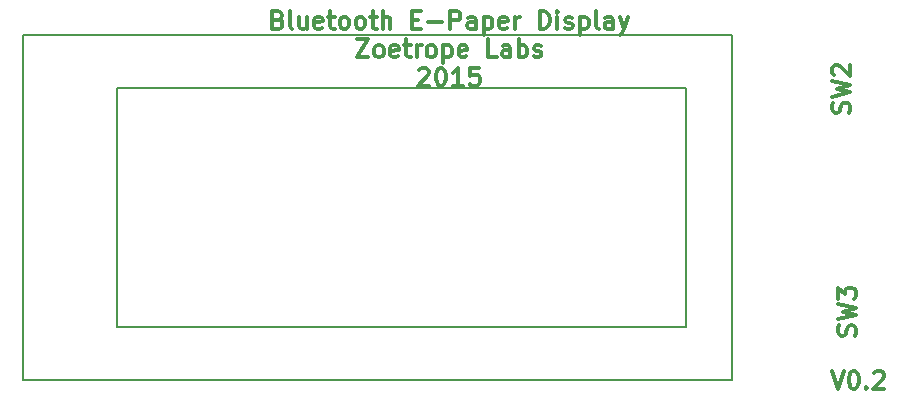
<source format=gto>
G04 #@! TF.FileFunction,Legend,Top*
%FSLAX46Y46*%
G04 Gerber Fmt 4.6, Leading zero omitted, Abs format (unit mm)*
G04 Created by KiCad (PCBNEW (2015-04-29 BZR 5630)-product) date Tue 21 Jul 2015 17:06:27 BST*
%MOMM*%
G01*
G04 APERTURE LIST*
%ADD10C,0.150000*%
%ADD11C,0.300000*%
%ADD12C,0.304800*%
G04 APERTURE END LIST*
D10*
D11*
X128524286Y-73092571D02*
X129024286Y-74592571D01*
X129524286Y-73092571D01*
X130310000Y-73092571D02*
X130452857Y-73092571D01*
X130595714Y-73164000D01*
X130667143Y-73235429D01*
X130738572Y-73378286D01*
X130810000Y-73664000D01*
X130810000Y-74021143D01*
X130738572Y-74306857D01*
X130667143Y-74449714D01*
X130595714Y-74521143D01*
X130452857Y-74592571D01*
X130310000Y-74592571D01*
X130167143Y-74521143D01*
X130095714Y-74449714D01*
X130024286Y-74306857D01*
X129952857Y-74021143D01*
X129952857Y-73664000D01*
X130024286Y-73378286D01*
X130095714Y-73235429D01*
X130167143Y-73164000D01*
X130310000Y-73092571D01*
X131452857Y-74449714D02*
X131524285Y-74521143D01*
X131452857Y-74592571D01*
X131381428Y-74521143D01*
X131452857Y-74449714D01*
X131452857Y-74592571D01*
X132095714Y-73235429D02*
X132167143Y-73164000D01*
X132310000Y-73092571D01*
X132667143Y-73092571D01*
X132810000Y-73164000D01*
X132881429Y-73235429D01*
X132952857Y-73378286D01*
X132952857Y-73521143D01*
X132881429Y-73735429D01*
X132024286Y-74592571D01*
X132952857Y-74592571D01*
X81639000Y-43339857D02*
X81853286Y-43411286D01*
X81924714Y-43482714D01*
X81996143Y-43625571D01*
X81996143Y-43839857D01*
X81924714Y-43982714D01*
X81853286Y-44054143D01*
X81710428Y-44125571D01*
X81139000Y-44125571D01*
X81139000Y-42625571D01*
X81639000Y-42625571D01*
X81781857Y-42697000D01*
X81853286Y-42768429D01*
X81924714Y-42911286D01*
X81924714Y-43054143D01*
X81853286Y-43197000D01*
X81781857Y-43268429D01*
X81639000Y-43339857D01*
X81139000Y-43339857D01*
X82853286Y-44125571D02*
X82710428Y-44054143D01*
X82639000Y-43911286D01*
X82639000Y-42625571D01*
X84067571Y-43125571D02*
X84067571Y-44125571D01*
X83424714Y-43125571D02*
X83424714Y-43911286D01*
X83496142Y-44054143D01*
X83639000Y-44125571D01*
X83853285Y-44125571D01*
X83996142Y-44054143D01*
X84067571Y-43982714D01*
X85353285Y-44054143D02*
X85210428Y-44125571D01*
X84924714Y-44125571D01*
X84781857Y-44054143D01*
X84710428Y-43911286D01*
X84710428Y-43339857D01*
X84781857Y-43197000D01*
X84924714Y-43125571D01*
X85210428Y-43125571D01*
X85353285Y-43197000D01*
X85424714Y-43339857D01*
X85424714Y-43482714D01*
X84710428Y-43625571D01*
X85853285Y-43125571D02*
X86424714Y-43125571D01*
X86067571Y-42625571D02*
X86067571Y-43911286D01*
X86138999Y-44054143D01*
X86281857Y-44125571D01*
X86424714Y-44125571D01*
X87139000Y-44125571D02*
X86996142Y-44054143D01*
X86924714Y-43982714D01*
X86853285Y-43839857D01*
X86853285Y-43411286D01*
X86924714Y-43268429D01*
X86996142Y-43197000D01*
X87139000Y-43125571D01*
X87353285Y-43125571D01*
X87496142Y-43197000D01*
X87567571Y-43268429D01*
X87639000Y-43411286D01*
X87639000Y-43839857D01*
X87567571Y-43982714D01*
X87496142Y-44054143D01*
X87353285Y-44125571D01*
X87139000Y-44125571D01*
X88496143Y-44125571D02*
X88353285Y-44054143D01*
X88281857Y-43982714D01*
X88210428Y-43839857D01*
X88210428Y-43411286D01*
X88281857Y-43268429D01*
X88353285Y-43197000D01*
X88496143Y-43125571D01*
X88710428Y-43125571D01*
X88853285Y-43197000D01*
X88924714Y-43268429D01*
X88996143Y-43411286D01*
X88996143Y-43839857D01*
X88924714Y-43982714D01*
X88853285Y-44054143D01*
X88710428Y-44125571D01*
X88496143Y-44125571D01*
X89424714Y-43125571D02*
X89996143Y-43125571D01*
X89639000Y-42625571D02*
X89639000Y-43911286D01*
X89710428Y-44054143D01*
X89853286Y-44125571D01*
X89996143Y-44125571D01*
X90496143Y-44125571D02*
X90496143Y-42625571D01*
X91139000Y-44125571D02*
X91139000Y-43339857D01*
X91067571Y-43197000D01*
X90924714Y-43125571D01*
X90710429Y-43125571D01*
X90567571Y-43197000D01*
X90496143Y-43268429D01*
X92996143Y-43339857D02*
X93496143Y-43339857D01*
X93710429Y-44125571D02*
X92996143Y-44125571D01*
X92996143Y-42625571D01*
X93710429Y-42625571D01*
X94353286Y-43554143D02*
X95496143Y-43554143D01*
X96210429Y-44125571D02*
X96210429Y-42625571D01*
X96781857Y-42625571D01*
X96924715Y-42697000D01*
X96996143Y-42768429D01*
X97067572Y-42911286D01*
X97067572Y-43125571D01*
X96996143Y-43268429D01*
X96924715Y-43339857D01*
X96781857Y-43411286D01*
X96210429Y-43411286D01*
X98353286Y-44125571D02*
X98353286Y-43339857D01*
X98281857Y-43197000D01*
X98139000Y-43125571D01*
X97853286Y-43125571D01*
X97710429Y-43197000D01*
X98353286Y-44054143D02*
X98210429Y-44125571D01*
X97853286Y-44125571D01*
X97710429Y-44054143D01*
X97639000Y-43911286D01*
X97639000Y-43768429D01*
X97710429Y-43625571D01*
X97853286Y-43554143D01*
X98210429Y-43554143D01*
X98353286Y-43482714D01*
X99067572Y-43125571D02*
X99067572Y-44625571D01*
X99067572Y-43197000D02*
X99210429Y-43125571D01*
X99496143Y-43125571D01*
X99639000Y-43197000D01*
X99710429Y-43268429D01*
X99781858Y-43411286D01*
X99781858Y-43839857D01*
X99710429Y-43982714D01*
X99639000Y-44054143D01*
X99496143Y-44125571D01*
X99210429Y-44125571D01*
X99067572Y-44054143D01*
X100996143Y-44054143D02*
X100853286Y-44125571D01*
X100567572Y-44125571D01*
X100424715Y-44054143D01*
X100353286Y-43911286D01*
X100353286Y-43339857D01*
X100424715Y-43197000D01*
X100567572Y-43125571D01*
X100853286Y-43125571D01*
X100996143Y-43197000D01*
X101067572Y-43339857D01*
X101067572Y-43482714D01*
X100353286Y-43625571D01*
X101710429Y-44125571D02*
X101710429Y-43125571D01*
X101710429Y-43411286D02*
X101781857Y-43268429D01*
X101853286Y-43197000D01*
X101996143Y-43125571D01*
X102139000Y-43125571D01*
X103781857Y-44125571D02*
X103781857Y-42625571D01*
X104139000Y-42625571D01*
X104353285Y-42697000D01*
X104496143Y-42839857D01*
X104567571Y-42982714D01*
X104639000Y-43268429D01*
X104639000Y-43482714D01*
X104567571Y-43768429D01*
X104496143Y-43911286D01*
X104353285Y-44054143D01*
X104139000Y-44125571D01*
X103781857Y-44125571D01*
X105281857Y-44125571D02*
X105281857Y-43125571D01*
X105281857Y-42625571D02*
X105210428Y-42697000D01*
X105281857Y-42768429D01*
X105353285Y-42697000D01*
X105281857Y-42625571D01*
X105281857Y-42768429D01*
X105924714Y-44054143D02*
X106067571Y-44125571D01*
X106353286Y-44125571D01*
X106496143Y-44054143D01*
X106567571Y-43911286D01*
X106567571Y-43839857D01*
X106496143Y-43697000D01*
X106353286Y-43625571D01*
X106139000Y-43625571D01*
X105996143Y-43554143D01*
X105924714Y-43411286D01*
X105924714Y-43339857D01*
X105996143Y-43197000D01*
X106139000Y-43125571D01*
X106353286Y-43125571D01*
X106496143Y-43197000D01*
X107210429Y-43125571D02*
X107210429Y-44625571D01*
X107210429Y-43197000D02*
X107353286Y-43125571D01*
X107639000Y-43125571D01*
X107781857Y-43197000D01*
X107853286Y-43268429D01*
X107924715Y-43411286D01*
X107924715Y-43839857D01*
X107853286Y-43982714D01*
X107781857Y-44054143D01*
X107639000Y-44125571D01*
X107353286Y-44125571D01*
X107210429Y-44054143D01*
X108781858Y-44125571D02*
X108639000Y-44054143D01*
X108567572Y-43911286D01*
X108567572Y-42625571D01*
X109996143Y-44125571D02*
X109996143Y-43339857D01*
X109924714Y-43197000D01*
X109781857Y-43125571D01*
X109496143Y-43125571D01*
X109353286Y-43197000D01*
X109996143Y-44054143D02*
X109853286Y-44125571D01*
X109496143Y-44125571D01*
X109353286Y-44054143D01*
X109281857Y-43911286D01*
X109281857Y-43768429D01*
X109353286Y-43625571D01*
X109496143Y-43554143D01*
X109853286Y-43554143D01*
X109996143Y-43482714D01*
X110567572Y-43125571D02*
X110924715Y-44125571D01*
X111281857Y-43125571D02*
X110924715Y-44125571D01*
X110781857Y-44482714D01*
X110710429Y-44554143D01*
X110567572Y-44625571D01*
X88281858Y-45025571D02*
X89281858Y-45025571D01*
X88281858Y-46525571D01*
X89281858Y-46525571D01*
X90067572Y-46525571D02*
X89924714Y-46454143D01*
X89853286Y-46382714D01*
X89781857Y-46239857D01*
X89781857Y-45811286D01*
X89853286Y-45668429D01*
X89924714Y-45597000D01*
X90067572Y-45525571D01*
X90281857Y-45525571D01*
X90424714Y-45597000D01*
X90496143Y-45668429D01*
X90567572Y-45811286D01*
X90567572Y-46239857D01*
X90496143Y-46382714D01*
X90424714Y-46454143D01*
X90281857Y-46525571D01*
X90067572Y-46525571D01*
X91781857Y-46454143D02*
X91639000Y-46525571D01*
X91353286Y-46525571D01*
X91210429Y-46454143D01*
X91139000Y-46311286D01*
X91139000Y-45739857D01*
X91210429Y-45597000D01*
X91353286Y-45525571D01*
X91639000Y-45525571D01*
X91781857Y-45597000D01*
X91853286Y-45739857D01*
X91853286Y-45882714D01*
X91139000Y-46025571D01*
X92281857Y-45525571D02*
X92853286Y-45525571D01*
X92496143Y-45025571D02*
X92496143Y-46311286D01*
X92567571Y-46454143D01*
X92710429Y-46525571D01*
X92853286Y-46525571D01*
X93353286Y-46525571D02*
X93353286Y-45525571D01*
X93353286Y-45811286D02*
X93424714Y-45668429D01*
X93496143Y-45597000D01*
X93639000Y-45525571D01*
X93781857Y-45525571D01*
X94496143Y-46525571D02*
X94353285Y-46454143D01*
X94281857Y-46382714D01*
X94210428Y-46239857D01*
X94210428Y-45811286D01*
X94281857Y-45668429D01*
X94353285Y-45597000D01*
X94496143Y-45525571D01*
X94710428Y-45525571D01*
X94853285Y-45597000D01*
X94924714Y-45668429D01*
X94996143Y-45811286D01*
X94996143Y-46239857D01*
X94924714Y-46382714D01*
X94853285Y-46454143D01*
X94710428Y-46525571D01*
X94496143Y-46525571D01*
X95639000Y-45525571D02*
X95639000Y-47025571D01*
X95639000Y-45597000D02*
X95781857Y-45525571D01*
X96067571Y-45525571D01*
X96210428Y-45597000D01*
X96281857Y-45668429D01*
X96353286Y-45811286D01*
X96353286Y-46239857D01*
X96281857Y-46382714D01*
X96210428Y-46454143D01*
X96067571Y-46525571D01*
X95781857Y-46525571D01*
X95639000Y-46454143D01*
X97567571Y-46454143D02*
X97424714Y-46525571D01*
X97139000Y-46525571D01*
X96996143Y-46454143D01*
X96924714Y-46311286D01*
X96924714Y-45739857D01*
X96996143Y-45597000D01*
X97139000Y-45525571D01*
X97424714Y-45525571D01*
X97567571Y-45597000D01*
X97639000Y-45739857D01*
X97639000Y-45882714D01*
X96924714Y-46025571D01*
X100139000Y-46525571D02*
X99424714Y-46525571D01*
X99424714Y-45025571D01*
X101281857Y-46525571D02*
X101281857Y-45739857D01*
X101210428Y-45597000D01*
X101067571Y-45525571D01*
X100781857Y-45525571D01*
X100639000Y-45597000D01*
X101281857Y-46454143D02*
X101139000Y-46525571D01*
X100781857Y-46525571D01*
X100639000Y-46454143D01*
X100567571Y-46311286D01*
X100567571Y-46168429D01*
X100639000Y-46025571D01*
X100781857Y-45954143D01*
X101139000Y-45954143D01*
X101281857Y-45882714D01*
X101996143Y-46525571D02*
X101996143Y-45025571D01*
X101996143Y-45597000D02*
X102139000Y-45525571D01*
X102424714Y-45525571D01*
X102567571Y-45597000D01*
X102639000Y-45668429D01*
X102710429Y-45811286D01*
X102710429Y-46239857D01*
X102639000Y-46382714D01*
X102567571Y-46454143D01*
X102424714Y-46525571D01*
X102139000Y-46525571D01*
X101996143Y-46454143D01*
X103281857Y-46454143D02*
X103424714Y-46525571D01*
X103710429Y-46525571D01*
X103853286Y-46454143D01*
X103924714Y-46311286D01*
X103924714Y-46239857D01*
X103853286Y-46097000D01*
X103710429Y-46025571D01*
X103496143Y-46025571D01*
X103353286Y-45954143D01*
X103281857Y-45811286D01*
X103281857Y-45739857D01*
X103353286Y-45597000D01*
X103496143Y-45525571D01*
X103710429Y-45525571D01*
X103853286Y-45597000D01*
X93567572Y-47568429D02*
X93639001Y-47497000D01*
X93781858Y-47425571D01*
X94139001Y-47425571D01*
X94281858Y-47497000D01*
X94353287Y-47568429D01*
X94424715Y-47711286D01*
X94424715Y-47854143D01*
X94353287Y-48068429D01*
X93496144Y-48925571D01*
X94424715Y-48925571D01*
X95353286Y-47425571D02*
X95496143Y-47425571D01*
X95639000Y-47497000D01*
X95710429Y-47568429D01*
X95781858Y-47711286D01*
X95853286Y-47997000D01*
X95853286Y-48354143D01*
X95781858Y-48639857D01*
X95710429Y-48782714D01*
X95639000Y-48854143D01*
X95496143Y-48925571D01*
X95353286Y-48925571D01*
X95210429Y-48854143D01*
X95139000Y-48782714D01*
X95067572Y-48639857D01*
X94996143Y-48354143D01*
X94996143Y-47997000D01*
X95067572Y-47711286D01*
X95139000Y-47568429D01*
X95210429Y-47497000D01*
X95353286Y-47425571D01*
X97281857Y-48925571D02*
X96424714Y-48925571D01*
X96853286Y-48925571D02*
X96853286Y-47425571D01*
X96710429Y-47639857D01*
X96567571Y-47782714D01*
X96424714Y-47854143D01*
X98639000Y-47425571D02*
X97924714Y-47425571D01*
X97853285Y-48139857D01*
X97924714Y-48068429D01*
X98067571Y-47997000D01*
X98424714Y-47997000D01*
X98567571Y-48068429D01*
X98639000Y-48139857D01*
X98710428Y-48282714D01*
X98710428Y-48639857D01*
X98639000Y-48782714D01*
X98567571Y-48854143D01*
X98424714Y-48925571D01*
X98067571Y-48925571D01*
X97924714Y-48854143D01*
X97853285Y-48782714D01*
D10*
X116179600Y-49174400D02*
X68021200Y-49174400D01*
X116179600Y-69342000D02*
X116179600Y-49174400D01*
X68021200Y-69342000D02*
X116179600Y-69342000D01*
X68021200Y-49174400D02*
X68021200Y-69342000D01*
X59994800Y-73828400D02*
X59994800Y-44653200D01*
X120040400Y-73828400D02*
X59994800Y-73828400D01*
X120040400Y-44653200D02*
X120040400Y-73828400D01*
X59994800Y-44653200D02*
X120040400Y-44653200D01*
D12*
X129966357Y-51244500D02*
X130038929Y-51026786D01*
X130038929Y-50663929D01*
X129966357Y-50518786D01*
X129893786Y-50446215D01*
X129748643Y-50373643D01*
X129603500Y-50373643D01*
X129458357Y-50446215D01*
X129385786Y-50518786D01*
X129313214Y-50663929D01*
X129240643Y-50954215D01*
X129168071Y-51099357D01*
X129095500Y-51171929D01*
X128950357Y-51244500D01*
X128805214Y-51244500D01*
X128660071Y-51171929D01*
X128587500Y-51099357D01*
X128514929Y-50954215D01*
X128514929Y-50591357D01*
X128587500Y-50373643D01*
X128514929Y-49865643D02*
X130038929Y-49502786D01*
X128950357Y-49212500D01*
X130038929Y-48922214D01*
X128514929Y-48559357D01*
X128660071Y-48051357D02*
X128587500Y-47978786D01*
X128514929Y-47833643D01*
X128514929Y-47470786D01*
X128587500Y-47325643D01*
X128660071Y-47253072D01*
X128805214Y-47180500D01*
X128950357Y-47180500D01*
X129168071Y-47253072D01*
X130038929Y-48123929D01*
X130038929Y-47180500D01*
X130474357Y-70104000D02*
X130546929Y-69886286D01*
X130546929Y-69523429D01*
X130474357Y-69378286D01*
X130401786Y-69305715D01*
X130256643Y-69233143D01*
X130111500Y-69233143D01*
X129966357Y-69305715D01*
X129893786Y-69378286D01*
X129821214Y-69523429D01*
X129748643Y-69813715D01*
X129676071Y-69958857D01*
X129603500Y-70031429D01*
X129458357Y-70104000D01*
X129313214Y-70104000D01*
X129168071Y-70031429D01*
X129095500Y-69958857D01*
X129022929Y-69813715D01*
X129022929Y-69450857D01*
X129095500Y-69233143D01*
X129022929Y-68725143D02*
X130546929Y-68362286D01*
X129458357Y-68072000D01*
X130546929Y-67781714D01*
X129022929Y-67418857D01*
X129022929Y-66983429D02*
X129022929Y-66040000D01*
X129603500Y-66548000D01*
X129603500Y-66330286D01*
X129676071Y-66185143D01*
X129748643Y-66112572D01*
X129893786Y-66040000D01*
X130256643Y-66040000D01*
X130401786Y-66112572D01*
X130474357Y-66185143D01*
X130546929Y-66330286D01*
X130546929Y-66765714D01*
X130474357Y-66910857D01*
X130401786Y-66983429D01*
M02*

</source>
